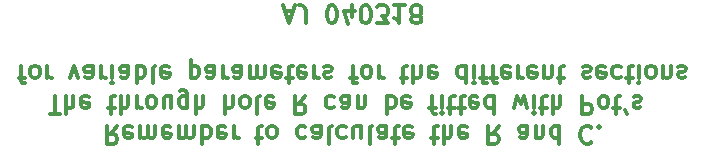
<source format=gbo>
G04 #@! TF.FileFunction,Legend,Bot*
%FSLAX46Y46*%
G04 Gerber Fmt 4.6, Leading zero omitted, Abs format (unit mm)*
G04 Created by KiCad (PCBNEW 4.0.7) date 03/05/18 22:52:48*
%MOMM*%
%LPD*%
G01*
G04 APERTURE LIST*
%ADD10C,0.100000*%
%ADD11C,0.300000*%
G04 APERTURE END LIST*
D10*
D11*
X127035716Y-124921429D02*
X126535716Y-125635714D01*
X126178573Y-124921429D02*
X126178573Y-126421429D01*
X126750001Y-126421429D01*
X126892859Y-126350000D01*
X126964287Y-126278571D01*
X127035716Y-126135714D01*
X127035716Y-125921429D01*
X126964287Y-125778571D01*
X126892859Y-125707143D01*
X126750001Y-125635714D01*
X126178573Y-125635714D01*
X128250001Y-124992857D02*
X128107144Y-124921429D01*
X127821430Y-124921429D01*
X127678573Y-124992857D01*
X127607144Y-125135714D01*
X127607144Y-125707143D01*
X127678573Y-125850000D01*
X127821430Y-125921429D01*
X128107144Y-125921429D01*
X128250001Y-125850000D01*
X128321430Y-125707143D01*
X128321430Y-125564286D01*
X127607144Y-125421429D01*
X128964287Y-124921429D02*
X128964287Y-125921429D01*
X128964287Y-125778571D02*
X129035715Y-125850000D01*
X129178573Y-125921429D01*
X129392858Y-125921429D01*
X129535715Y-125850000D01*
X129607144Y-125707143D01*
X129607144Y-124921429D01*
X129607144Y-125707143D02*
X129678573Y-125850000D01*
X129821430Y-125921429D01*
X130035715Y-125921429D01*
X130178573Y-125850000D01*
X130250001Y-125707143D01*
X130250001Y-124921429D01*
X131535715Y-124992857D02*
X131392858Y-124921429D01*
X131107144Y-124921429D01*
X130964287Y-124992857D01*
X130892858Y-125135714D01*
X130892858Y-125707143D01*
X130964287Y-125850000D01*
X131107144Y-125921429D01*
X131392858Y-125921429D01*
X131535715Y-125850000D01*
X131607144Y-125707143D01*
X131607144Y-125564286D01*
X130892858Y-125421429D01*
X132250001Y-124921429D02*
X132250001Y-125921429D01*
X132250001Y-125778571D02*
X132321429Y-125850000D01*
X132464287Y-125921429D01*
X132678572Y-125921429D01*
X132821429Y-125850000D01*
X132892858Y-125707143D01*
X132892858Y-124921429D01*
X132892858Y-125707143D02*
X132964287Y-125850000D01*
X133107144Y-125921429D01*
X133321429Y-125921429D01*
X133464287Y-125850000D01*
X133535715Y-125707143D01*
X133535715Y-124921429D01*
X134250001Y-124921429D02*
X134250001Y-126421429D01*
X134250001Y-125850000D02*
X134392858Y-125921429D01*
X134678572Y-125921429D01*
X134821429Y-125850000D01*
X134892858Y-125778571D01*
X134964287Y-125635714D01*
X134964287Y-125207143D01*
X134892858Y-125064286D01*
X134821429Y-124992857D01*
X134678572Y-124921429D01*
X134392858Y-124921429D01*
X134250001Y-124992857D01*
X136178572Y-124992857D02*
X136035715Y-124921429D01*
X135750001Y-124921429D01*
X135607144Y-124992857D01*
X135535715Y-125135714D01*
X135535715Y-125707143D01*
X135607144Y-125850000D01*
X135750001Y-125921429D01*
X136035715Y-125921429D01*
X136178572Y-125850000D01*
X136250001Y-125707143D01*
X136250001Y-125564286D01*
X135535715Y-125421429D01*
X136892858Y-124921429D02*
X136892858Y-125921429D01*
X136892858Y-125635714D02*
X136964286Y-125778571D01*
X137035715Y-125850000D01*
X137178572Y-125921429D01*
X137321429Y-125921429D01*
X138750000Y-125921429D02*
X139321429Y-125921429D01*
X138964286Y-126421429D02*
X138964286Y-125135714D01*
X139035714Y-124992857D01*
X139178572Y-124921429D01*
X139321429Y-124921429D01*
X140035715Y-124921429D02*
X139892857Y-124992857D01*
X139821429Y-125064286D01*
X139750000Y-125207143D01*
X139750000Y-125635714D01*
X139821429Y-125778571D01*
X139892857Y-125850000D01*
X140035715Y-125921429D01*
X140250000Y-125921429D01*
X140392857Y-125850000D01*
X140464286Y-125778571D01*
X140535715Y-125635714D01*
X140535715Y-125207143D01*
X140464286Y-125064286D01*
X140392857Y-124992857D01*
X140250000Y-124921429D01*
X140035715Y-124921429D01*
X142964286Y-124992857D02*
X142821429Y-124921429D01*
X142535715Y-124921429D01*
X142392857Y-124992857D01*
X142321429Y-125064286D01*
X142250000Y-125207143D01*
X142250000Y-125635714D01*
X142321429Y-125778571D01*
X142392857Y-125850000D01*
X142535715Y-125921429D01*
X142821429Y-125921429D01*
X142964286Y-125850000D01*
X144250000Y-124921429D02*
X144250000Y-125707143D01*
X144178571Y-125850000D01*
X144035714Y-125921429D01*
X143750000Y-125921429D01*
X143607143Y-125850000D01*
X144250000Y-124992857D02*
X144107143Y-124921429D01*
X143750000Y-124921429D01*
X143607143Y-124992857D01*
X143535714Y-125135714D01*
X143535714Y-125278571D01*
X143607143Y-125421429D01*
X143750000Y-125492857D01*
X144107143Y-125492857D01*
X144250000Y-125564286D01*
X145178572Y-124921429D02*
X145035714Y-124992857D01*
X144964286Y-125135714D01*
X144964286Y-126421429D01*
X146392857Y-124992857D02*
X146250000Y-124921429D01*
X145964286Y-124921429D01*
X145821428Y-124992857D01*
X145750000Y-125064286D01*
X145678571Y-125207143D01*
X145678571Y-125635714D01*
X145750000Y-125778571D01*
X145821428Y-125850000D01*
X145964286Y-125921429D01*
X146250000Y-125921429D01*
X146392857Y-125850000D01*
X147678571Y-125921429D02*
X147678571Y-124921429D01*
X147035714Y-125921429D02*
X147035714Y-125135714D01*
X147107142Y-124992857D01*
X147250000Y-124921429D01*
X147464285Y-124921429D01*
X147607142Y-124992857D01*
X147678571Y-125064286D01*
X148607143Y-124921429D02*
X148464285Y-124992857D01*
X148392857Y-125135714D01*
X148392857Y-126421429D01*
X149821428Y-124921429D02*
X149821428Y-125707143D01*
X149749999Y-125850000D01*
X149607142Y-125921429D01*
X149321428Y-125921429D01*
X149178571Y-125850000D01*
X149821428Y-124992857D02*
X149678571Y-124921429D01*
X149321428Y-124921429D01*
X149178571Y-124992857D01*
X149107142Y-125135714D01*
X149107142Y-125278571D01*
X149178571Y-125421429D01*
X149321428Y-125492857D01*
X149678571Y-125492857D01*
X149821428Y-125564286D01*
X150321428Y-125921429D02*
X150892857Y-125921429D01*
X150535714Y-126421429D02*
X150535714Y-125135714D01*
X150607142Y-124992857D01*
X150750000Y-124921429D01*
X150892857Y-124921429D01*
X151964285Y-124992857D02*
X151821428Y-124921429D01*
X151535714Y-124921429D01*
X151392857Y-124992857D01*
X151321428Y-125135714D01*
X151321428Y-125707143D01*
X151392857Y-125850000D01*
X151535714Y-125921429D01*
X151821428Y-125921429D01*
X151964285Y-125850000D01*
X152035714Y-125707143D01*
X152035714Y-125564286D01*
X151321428Y-125421429D01*
X153607142Y-125921429D02*
X154178571Y-125921429D01*
X153821428Y-126421429D02*
X153821428Y-125135714D01*
X153892856Y-124992857D01*
X154035714Y-124921429D01*
X154178571Y-124921429D01*
X154678571Y-124921429D02*
X154678571Y-126421429D01*
X155321428Y-124921429D02*
X155321428Y-125707143D01*
X155249999Y-125850000D01*
X155107142Y-125921429D01*
X154892857Y-125921429D01*
X154749999Y-125850000D01*
X154678571Y-125778571D01*
X156607142Y-124992857D02*
X156464285Y-124921429D01*
X156178571Y-124921429D01*
X156035714Y-124992857D01*
X155964285Y-125135714D01*
X155964285Y-125707143D01*
X156035714Y-125850000D01*
X156178571Y-125921429D01*
X156464285Y-125921429D01*
X156607142Y-125850000D01*
X156678571Y-125707143D01*
X156678571Y-125564286D01*
X155964285Y-125421429D01*
X159321428Y-124921429D02*
X158821428Y-125635714D01*
X158464285Y-124921429D02*
X158464285Y-126421429D01*
X159035713Y-126421429D01*
X159178571Y-126350000D01*
X159249999Y-126278571D01*
X159321428Y-126135714D01*
X159321428Y-125921429D01*
X159249999Y-125778571D01*
X159178571Y-125707143D01*
X159035713Y-125635714D01*
X158464285Y-125635714D01*
X161749999Y-124921429D02*
X161749999Y-125707143D01*
X161678570Y-125850000D01*
X161535713Y-125921429D01*
X161249999Y-125921429D01*
X161107142Y-125850000D01*
X161749999Y-124992857D02*
X161607142Y-124921429D01*
X161249999Y-124921429D01*
X161107142Y-124992857D01*
X161035713Y-125135714D01*
X161035713Y-125278571D01*
X161107142Y-125421429D01*
X161249999Y-125492857D01*
X161607142Y-125492857D01*
X161749999Y-125564286D01*
X162464285Y-125921429D02*
X162464285Y-124921429D01*
X162464285Y-125778571D02*
X162535713Y-125850000D01*
X162678571Y-125921429D01*
X162892856Y-125921429D01*
X163035713Y-125850000D01*
X163107142Y-125707143D01*
X163107142Y-124921429D01*
X164464285Y-124921429D02*
X164464285Y-126421429D01*
X164464285Y-124992857D02*
X164321428Y-124921429D01*
X164035714Y-124921429D01*
X163892856Y-124992857D01*
X163821428Y-125064286D01*
X163749999Y-125207143D01*
X163749999Y-125635714D01*
X163821428Y-125778571D01*
X163892856Y-125850000D01*
X164035714Y-125921429D01*
X164321428Y-125921429D01*
X164464285Y-125850000D01*
X167178571Y-125064286D02*
X167107142Y-124992857D01*
X166892856Y-124921429D01*
X166749999Y-124921429D01*
X166535714Y-124992857D01*
X166392856Y-125135714D01*
X166321428Y-125278571D01*
X166249999Y-125564286D01*
X166249999Y-125778571D01*
X166321428Y-126064286D01*
X166392856Y-126207143D01*
X166535714Y-126350000D01*
X166749999Y-126421429D01*
X166892856Y-126421429D01*
X167107142Y-126350000D01*
X167178571Y-126278571D01*
X167821428Y-125064286D02*
X167892856Y-124992857D01*
X167821428Y-124921429D01*
X167749999Y-124992857D01*
X167821428Y-125064286D01*
X167821428Y-124921429D01*
X121321428Y-123871429D02*
X122178571Y-123871429D01*
X121750000Y-122371429D02*
X121750000Y-123871429D01*
X122678571Y-122371429D02*
X122678571Y-123871429D01*
X123321428Y-122371429D02*
X123321428Y-123157143D01*
X123249999Y-123300000D01*
X123107142Y-123371429D01*
X122892857Y-123371429D01*
X122749999Y-123300000D01*
X122678571Y-123228571D01*
X124607142Y-122442857D02*
X124464285Y-122371429D01*
X124178571Y-122371429D01*
X124035714Y-122442857D01*
X123964285Y-122585714D01*
X123964285Y-123157143D01*
X124035714Y-123300000D01*
X124178571Y-123371429D01*
X124464285Y-123371429D01*
X124607142Y-123300000D01*
X124678571Y-123157143D01*
X124678571Y-123014286D01*
X123964285Y-122871429D01*
X126249999Y-123371429D02*
X126821428Y-123371429D01*
X126464285Y-123871429D02*
X126464285Y-122585714D01*
X126535713Y-122442857D01*
X126678571Y-122371429D01*
X126821428Y-122371429D01*
X127321428Y-122371429D02*
X127321428Y-123871429D01*
X127964285Y-122371429D02*
X127964285Y-123157143D01*
X127892856Y-123300000D01*
X127749999Y-123371429D01*
X127535714Y-123371429D01*
X127392856Y-123300000D01*
X127321428Y-123228571D01*
X128678571Y-122371429D02*
X128678571Y-123371429D01*
X128678571Y-123085714D02*
X128749999Y-123228571D01*
X128821428Y-123300000D01*
X128964285Y-123371429D01*
X129107142Y-123371429D01*
X129821428Y-122371429D02*
X129678570Y-122442857D01*
X129607142Y-122514286D01*
X129535713Y-122657143D01*
X129535713Y-123085714D01*
X129607142Y-123228571D01*
X129678570Y-123300000D01*
X129821428Y-123371429D01*
X130035713Y-123371429D01*
X130178570Y-123300000D01*
X130249999Y-123228571D01*
X130321428Y-123085714D01*
X130321428Y-122657143D01*
X130249999Y-122514286D01*
X130178570Y-122442857D01*
X130035713Y-122371429D01*
X129821428Y-122371429D01*
X131607142Y-123371429D02*
X131607142Y-122371429D01*
X130964285Y-123371429D02*
X130964285Y-122585714D01*
X131035713Y-122442857D01*
X131178571Y-122371429D01*
X131392856Y-122371429D01*
X131535713Y-122442857D01*
X131607142Y-122514286D01*
X132964285Y-123371429D02*
X132964285Y-122157143D01*
X132892856Y-122014286D01*
X132821428Y-121942857D01*
X132678571Y-121871429D01*
X132464285Y-121871429D01*
X132321428Y-121942857D01*
X132964285Y-122442857D02*
X132821428Y-122371429D01*
X132535714Y-122371429D01*
X132392856Y-122442857D01*
X132321428Y-122514286D01*
X132249999Y-122657143D01*
X132249999Y-123085714D01*
X132321428Y-123228571D01*
X132392856Y-123300000D01*
X132535714Y-123371429D01*
X132821428Y-123371429D01*
X132964285Y-123300000D01*
X133678571Y-122371429D02*
X133678571Y-123871429D01*
X134321428Y-122371429D02*
X134321428Y-123157143D01*
X134249999Y-123300000D01*
X134107142Y-123371429D01*
X133892857Y-123371429D01*
X133749999Y-123300000D01*
X133678571Y-123228571D01*
X136178571Y-122371429D02*
X136178571Y-123871429D01*
X136821428Y-122371429D02*
X136821428Y-123157143D01*
X136749999Y-123300000D01*
X136607142Y-123371429D01*
X136392857Y-123371429D01*
X136249999Y-123300000D01*
X136178571Y-123228571D01*
X137750000Y-122371429D02*
X137607142Y-122442857D01*
X137535714Y-122514286D01*
X137464285Y-122657143D01*
X137464285Y-123085714D01*
X137535714Y-123228571D01*
X137607142Y-123300000D01*
X137750000Y-123371429D01*
X137964285Y-123371429D01*
X138107142Y-123300000D01*
X138178571Y-123228571D01*
X138250000Y-123085714D01*
X138250000Y-122657143D01*
X138178571Y-122514286D01*
X138107142Y-122442857D01*
X137964285Y-122371429D01*
X137750000Y-122371429D01*
X139107143Y-122371429D02*
X138964285Y-122442857D01*
X138892857Y-122585714D01*
X138892857Y-123871429D01*
X140249999Y-122442857D02*
X140107142Y-122371429D01*
X139821428Y-122371429D01*
X139678571Y-122442857D01*
X139607142Y-122585714D01*
X139607142Y-123157143D01*
X139678571Y-123300000D01*
X139821428Y-123371429D01*
X140107142Y-123371429D01*
X140249999Y-123300000D01*
X140321428Y-123157143D01*
X140321428Y-123014286D01*
X139607142Y-122871429D01*
X142964285Y-122371429D02*
X142464285Y-123085714D01*
X142107142Y-122371429D02*
X142107142Y-123871429D01*
X142678570Y-123871429D01*
X142821428Y-123800000D01*
X142892856Y-123728571D01*
X142964285Y-123585714D01*
X142964285Y-123371429D01*
X142892856Y-123228571D01*
X142821428Y-123157143D01*
X142678570Y-123085714D01*
X142107142Y-123085714D01*
X145392856Y-122442857D02*
X145249999Y-122371429D01*
X144964285Y-122371429D01*
X144821427Y-122442857D01*
X144749999Y-122514286D01*
X144678570Y-122657143D01*
X144678570Y-123085714D01*
X144749999Y-123228571D01*
X144821427Y-123300000D01*
X144964285Y-123371429D01*
X145249999Y-123371429D01*
X145392856Y-123300000D01*
X146678570Y-122371429D02*
X146678570Y-123157143D01*
X146607141Y-123300000D01*
X146464284Y-123371429D01*
X146178570Y-123371429D01*
X146035713Y-123300000D01*
X146678570Y-122442857D02*
X146535713Y-122371429D01*
X146178570Y-122371429D01*
X146035713Y-122442857D01*
X145964284Y-122585714D01*
X145964284Y-122728571D01*
X146035713Y-122871429D01*
X146178570Y-122942857D01*
X146535713Y-122942857D01*
X146678570Y-123014286D01*
X147392856Y-123371429D02*
X147392856Y-122371429D01*
X147392856Y-123228571D02*
X147464284Y-123300000D01*
X147607142Y-123371429D01*
X147821427Y-123371429D01*
X147964284Y-123300000D01*
X148035713Y-123157143D01*
X148035713Y-122371429D01*
X149892856Y-122371429D02*
X149892856Y-123871429D01*
X149892856Y-123300000D02*
X150035713Y-123371429D01*
X150321427Y-123371429D01*
X150464284Y-123300000D01*
X150535713Y-123228571D01*
X150607142Y-123085714D01*
X150607142Y-122657143D01*
X150535713Y-122514286D01*
X150464284Y-122442857D01*
X150321427Y-122371429D01*
X150035713Y-122371429D01*
X149892856Y-122442857D01*
X151821427Y-122442857D02*
X151678570Y-122371429D01*
X151392856Y-122371429D01*
X151249999Y-122442857D01*
X151178570Y-122585714D01*
X151178570Y-123157143D01*
X151249999Y-123300000D01*
X151392856Y-123371429D01*
X151678570Y-123371429D01*
X151821427Y-123300000D01*
X151892856Y-123157143D01*
X151892856Y-123014286D01*
X151178570Y-122871429D01*
X153464284Y-123371429D02*
X154035713Y-123371429D01*
X153678570Y-122371429D02*
X153678570Y-123657143D01*
X153749998Y-123800000D01*
X153892856Y-123871429D01*
X154035713Y-123871429D01*
X154535713Y-122371429D02*
X154535713Y-123371429D01*
X154535713Y-123871429D02*
X154464284Y-123800000D01*
X154535713Y-123728571D01*
X154607141Y-123800000D01*
X154535713Y-123871429D01*
X154535713Y-123728571D01*
X155035713Y-123371429D02*
X155607142Y-123371429D01*
X155249999Y-123871429D02*
X155249999Y-122585714D01*
X155321427Y-122442857D01*
X155464285Y-122371429D01*
X155607142Y-122371429D01*
X155892856Y-123371429D02*
X156464285Y-123371429D01*
X156107142Y-123871429D02*
X156107142Y-122585714D01*
X156178570Y-122442857D01*
X156321428Y-122371429D01*
X156464285Y-122371429D01*
X157535713Y-122442857D02*
X157392856Y-122371429D01*
X157107142Y-122371429D01*
X156964285Y-122442857D01*
X156892856Y-122585714D01*
X156892856Y-123157143D01*
X156964285Y-123300000D01*
X157107142Y-123371429D01*
X157392856Y-123371429D01*
X157535713Y-123300000D01*
X157607142Y-123157143D01*
X157607142Y-123014286D01*
X156892856Y-122871429D01*
X158892856Y-122371429D02*
X158892856Y-123871429D01*
X158892856Y-122442857D02*
X158749999Y-122371429D01*
X158464285Y-122371429D01*
X158321427Y-122442857D01*
X158249999Y-122514286D01*
X158178570Y-122657143D01*
X158178570Y-123085714D01*
X158249999Y-123228571D01*
X158321427Y-123300000D01*
X158464285Y-123371429D01*
X158749999Y-123371429D01*
X158892856Y-123300000D01*
X160607142Y-123371429D02*
X160892856Y-122371429D01*
X161178570Y-123085714D01*
X161464285Y-122371429D01*
X161749999Y-123371429D01*
X162321428Y-122371429D02*
X162321428Y-123371429D01*
X162321428Y-123871429D02*
X162249999Y-123800000D01*
X162321428Y-123728571D01*
X162392856Y-123800000D01*
X162321428Y-123871429D01*
X162321428Y-123728571D01*
X162821428Y-123371429D02*
X163392857Y-123371429D01*
X163035714Y-123871429D02*
X163035714Y-122585714D01*
X163107142Y-122442857D01*
X163250000Y-122371429D01*
X163392857Y-122371429D01*
X163892857Y-122371429D02*
X163892857Y-123871429D01*
X164535714Y-122371429D02*
X164535714Y-123157143D01*
X164464285Y-123300000D01*
X164321428Y-123371429D01*
X164107143Y-123371429D01*
X163964285Y-123300000D01*
X163892857Y-123228571D01*
X166392857Y-122371429D02*
X166392857Y-123871429D01*
X166964285Y-123871429D01*
X167107143Y-123800000D01*
X167178571Y-123728571D01*
X167250000Y-123585714D01*
X167250000Y-123371429D01*
X167178571Y-123228571D01*
X167107143Y-123157143D01*
X166964285Y-123085714D01*
X166392857Y-123085714D01*
X168107143Y-122371429D02*
X167964285Y-122442857D01*
X167892857Y-122514286D01*
X167821428Y-122657143D01*
X167821428Y-123085714D01*
X167892857Y-123228571D01*
X167964285Y-123300000D01*
X168107143Y-123371429D01*
X168321428Y-123371429D01*
X168464285Y-123300000D01*
X168535714Y-123228571D01*
X168607143Y-123085714D01*
X168607143Y-122657143D01*
X168535714Y-122514286D01*
X168464285Y-122442857D01*
X168321428Y-122371429D01*
X168107143Y-122371429D01*
X169035714Y-123371429D02*
X169607143Y-123371429D01*
X169250000Y-123871429D02*
X169250000Y-122585714D01*
X169321428Y-122442857D01*
X169464286Y-122371429D01*
X169607143Y-122371429D01*
X170178571Y-123871429D02*
X170035714Y-123585714D01*
X170750000Y-122442857D02*
X170892857Y-122371429D01*
X171178572Y-122371429D01*
X171321429Y-122442857D01*
X171392857Y-122585714D01*
X171392857Y-122657143D01*
X171321429Y-122800000D01*
X171178572Y-122871429D01*
X170964286Y-122871429D01*
X170821429Y-122942857D01*
X170750000Y-123085714D01*
X170750000Y-123157143D01*
X170821429Y-123300000D01*
X170964286Y-123371429D01*
X171178572Y-123371429D01*
X171321429Y-123300000D01*
X118678572Y-120821429D02*
X119250001Y-120821429D01*
X118892858Y-119821429D02*
X118892858Y-121107143D01*
X118964286Y-121250000D01*
X119107144Y-121321429D01*
X119250001Y-121321429D01*
X119964287Y-119821429D02*
X119821429Y-119892857D01*
X119750001Y-119964286D01*
X119678572Y-120107143D01*
X119678572Y-120535714D01*
X119750001Y-120678571D01*
X119821429Y-120750000D01*
X119964287Y-120821429D01*
X120178572Y-120821429D01*
X120321429Y-120750000D01*
X120392858Y-120678571D01*
X120464287Y-120535714D01*
X120464287Y-120107143D01*
X120392858Y-119964286D01*
X120321429Y-119892857D01*
X120178572Y-119821429D01*
X119964287Y-119821429D01*
X121107144Y-119821429D02*
X121107144Y-120821429D01*
X121107144Y-120535714D02*
X121178572Y-120678571D01*
X121250001Y-120750000D01*
X121392858Y-120821429D01*
X121535715Y-120821429D01*
X123035715Y-120821429D02*
X123392858Y-119821429D01*
X123750000Y-120821429D01*
X124964286Y-119821429D02*
X124964286Y-120607143D01*
X124892857Y-120750000D01*
X124750000Y-120821429D01*
X124464286Y-120821429D01*
X124321429Y-120750000D01*
X124964286Y-119892857D02*
X124821429Y-119821429D01*
X124464286Y-119821429D01*
X124321429Y-119892857D01*
X124250000Y-120035714D01*
X124250000Y-120178571D01*
X124321429Y-120321429D01*
X124464286Y-120392857D01*
X124821429Y-120392857D01*
X124964286Y-120464286D01*
X125678572Y-119821429D02*
X125678572Y-120821429D01*
X125678572Y-120535714D02*
X125750000Y-120678571D01*
X125821429Y-120750000D01*
X125964286Y-120821429D01*
X126107143Y-120821429D01*
X126607143Y-119821429D02*
X126607143Y-120821429D01*
X126607143Y-121321429D02*
X126535714Y-121250000D01*
X126607143Y-121178571D01*
X126678571Y-121250000D01*
X126607143Y-121321429D01*
X126607143Y-121178571D01*
X127964286Y-119821429D02*
X127964286Y-120607143D01*
X127892857Y-120750000D01*
X127750000Y-120821429D01*
X127464286Y-120821429D01*
X127321429Y-120750000D01*
X127964286Y-119892857D02*
X127821429Y-119821429D01*
X127464286Y-119821429D01*
X127321429Y-119892857D01*
X127250000Y-120035714D01*
X127250000Y-120178571D01*
X127321429Y-120321429D01*
X127464286Y-120392857D01*
X127821429Y-120392857D01*
X127964286Y-120464286D01*
X128678572Y-119821429D02*
X128678572Y-121321429D01*
X128678572Y-120750000D02*
X128821429Y-120821429D01*
X129107143Y-120821429D01*
X129250000Y-120750000D01*
X129321429Y-120678571D01*
X129392858Y-120535714D01*
X129392858Y-120107143D01*
X129321429Y-119964286D01*
X129250000Y-119892857D01*
X129107143Y-119821429D01*
X128821429Y-119821429D01*
X128678572Y-119892857D01*
X130250001Y-119821429D02*
X130107143Y-119892857D01*
X130035715Y-120035714D01*
X130035715Y-121321429D01*
X131392857Y-119892857D02*
X131250000Y-119821429D01*
X130964286Y-119821429D01*
X130821429Y-119892857D01*
X130750000Y-120035714D01*
X130750000Y-120607143D01*
X130821429Y-120750000D01*
X130964286Y-120821429D01*
X131250000Y-120821429D01*
X131392857Y-120750000D01*
X131464286Y-120607143D01*
X131464286Y-120464286D01*
X130750000Y-120321429D01*
X133250000Y-120821429D02*
X133250000Y-119321429D01*
X133250000Y-120750000D02*
X133392857Y-120821429D01*
X133678571Y-120821429D01*
X133821428Y-120750000D01*
X133892857Y-120678571D01*
X133964286Y-120535714D01*
X133964286Y-120107143D01*
X133892857Y-119964286D01*
X133821428Y-119892857D01*
X133678571Y-119821429D01*
X133392857Y-119821429D01*
X133250000Y-119892857D01*
X135250000Y-119821429D02*
X135250000Y-120607143D01*
X135178571Y-120750000D01*
X135035714Y-120821429D01*
X134750000Y-120821429D01*
X134607143Y-120750000D01*
X135250000Y-119892857D02*
X135107143Y-119821429D01*
X134750000Y-119821429D01*
X134607143Y-119892857D01*
X134535714Y-120035714D01*
X134535714Y-120178571D01*
X134607143Y-120321429D01*
X134750000Y-120392857D01*
X135107143Y-120392857D01*
X135250000Y-120464286D01*
X135964286Y-119821429D02*
X135964286Y-120821429D01*
X135964286Y-120535714D02*
X136035714Y-120678571D01*
X136107143Y-120750000D01*
X136250000Y-120821429D01*
X136392857Y-120821429D01*
X137535714Y-119821429D02*
X137535714Y-120607143D01*
X137464285Y-120750000D01*
X137321428Y-120821429D01*
X137035714Y-120821429D01*
X136892857Y-120750000D01*
X137535714Y-119892857D02*
X137392857Y-119821429D01*
X137035714Y-119821429D01*
X136892857Y-119892857D01*
X136821428Y-120035714D01*
X136821428Y-120178571D01*
X136892857Y-120321429D01*
X137035714Y-120392857D01*
X137392857Y-120392857D01*
X137535714Y-120464286D01*
X138250000Y-119821429D02*
X138250000Y-120821429D01*
X138250000Y-120678571D02*
X138321428Y-120750000D01*
X138464286Y-120821429D01*
X138678571Y-120821429D01*
X138821428Y-120750000D01*
X138892857Y-120607143D01*
X138892857Y-119821429D01*
X138892857Y-120607143D02*
X138964286Y-120750000D01*
X139107143Y-120821429D01*
X139321428Y-120821429D01*
X139464286Y-120750000D01*
X139535714Y-120607143D01*
X139535714Y-119821429D01*
X140821428Y-119892857D02*
X140678571Y-119821429D01*
X140392857Y-119821429D01*
X140250000Y-119892857D01*
X140178571Y-120035714D01*
X140178571Y-120607143D01*
X140250000Y-120750000D01*
X140392857Y-120821429D01*
X140678571Y-120821429D01*
X140821428Y-120750000D01*
X140892857Y-120607143D01*
X140892857Y-120464286D01*
X140178571Y-120321429D01*
X141321428Y-120821429D02*
X141892857Y-120821429D01*
X141535714Y-121321429D02*
X141535714Y-120035714D01*
X141607142Y-119892857D01*
X141750000Y-119821429D01*
X141892857Y-119821429D01*
X142964285Y-119892857D02*
X142821428Y-119821429D01*
X142535714Y-119821429D01*
X142392857Y-119892857D01*
X142321428Y-120035714D01*
X142321428Y-120607143D01*
X142392857Y-120750000D01*
X142535714Y-120821429D01*
X142821428Y-120821429D01*
X142964285Y-120750000D01*
X143035714Y-120607143D01*
X143035714Y-120464286D01*
X142321428Y-120321429D01*
X143678571Y-119821429D02*
X143678571Y-120821429D01*
X143678571Y-120535714D02*
X143749999Y-120678571D01*
X143821428Y-120750000D01*
X143964285Y-120821429D01*
X144107142Y-120821429D01*
X144535713Y-119892857D02*
X144678570Y-119821429D01*
X144964285Y-119821429D01*
X145107142Y-119892857D01*
X145178570Y-120035714D01*
X145178570Y-120107143D01*
X145107142Y-120250000D01*
X144964285Y-120321429D01*
X144749999Y-120321429D01*
X144607142Y-120392857D01*
X144535713Y-120535714D01*
X144535713Y-120607143D01*
X144607142Y-120750000D01*
X144749999Y-120821429D01*
X144964285Y-120821429D01*
X145107142Y-120750000D01*
X146749999Y-120821429D02*
X147321428Y-120821429D01*
X146964285Y-119821429D02*
X146964285Y-121107143D01*
X147035713Y-121250000D01*
X147178571Y-121321429D01*
X147321428Y-121321429D01*
X148035714Y-119821429D02*
X147892856Y-119892857D01*
X147821428Y-119964286D01*
X147749999Y-120107143D01*
X147749999Y-120535714D01*
X147821428Y-120678571D01*
X147892856Y-120750000D01*
X148035714Y-120821429D01*
X148249999Y-120821429D01*
X148392856Y-120750000D01*
X148464285Y-120678571D01*
X148535714Y-120535714D01*
X148535714Y-120107143D01*
X148464285Y-119964286D01*
X148392856Y-119892857D01*
X148249999Y-119821429D01*
X148035714Y-119821429D01*
X149178571Y-119821429D02*
X149178571Y-120821429D01*
X149178571Y-120535714D02*
X149249999Y-120678571D01*
X149321428Y-120750000D01*
X149464285Y-120821429D01*
X149607142Y-120821429D01*
X151035713Y-120821429D02*
X151607142Y-120821429D01*
X151249999Y-121321429D02*
X151249999Y-120035714D01*
X151321427Y-119892857D01*
X151464285Y-119821429D01*
X151607142Y-119821429D01*
X152107142Y-119821429D02*
X152107142Y-121321429D01*
X152749999Y-119821429D02*
X152749999Y-120607143D01*
X152678570Y-120750000D01*
X152535713Y-120821429D01*
X152321428Y-120821429D01*
X152178570Y-120750000D01*
X152107142Y-120678571D01*
X154035713Y-119892857D02*
X153892856Y-119821429D01*
X153607142Y-119821429D01*
X153464285Y-119892857D01*
X153392856Y-120035714D01*
X153392856Y-120607143D01*
X153464285Y-120750000D01*
X153607142Y-120821429D01*
X153892856Y-120821429D01*
X154035713Y-120750000D01*
X154107142Y-120607143D01*
X154107142Y-120464286D01*
X153392856Y-120321429D01*
X156535713Y-119821429D02*
X156535713Y-121321429D01*
X156535713Y-119892857D02*
X156392856Y-119821429D01*
X156107142Y-119821429D01*
X155964284Y-119892857D01*
X155892856Y-119964286D01*
X155821427Y-120107143D01*
X155821427Y-120535714D01*
X155892856Y-120678571D01*
X155964284Y-120750000D01*
X156107142Y-120821429D01*
X156392856Y-120821429D01*
X156535713Y-120750000D01*
X157249999Y-119821429D02*
X157249999Y-120821429D01*
X157249999Y-121321429D02*
X157178570Y-121250000D01*
X157249999Y-121178571D01*
X157321427Y-121250000D01*
X157249999Y-121321429D01*
X157249999Y-121178571D01*
X157749999Y-120821429D02*
X158321428Y-120821429D01*
X157964285Y-119821429D02*
X157964285Y-121107143D01*
X158035713Y-121250000D01*
X158178571Y-121321429D01*
X158321428Y-121321429D01*
X158607142Y-120821429D02*
X159178571Y-120821429D01*
X158821428Y-119821429D02*
X158821428Y-121107143D01*
X158892856Y-121250000D01*
X159035714Y-121321429D01*
X159178571Y-121321429D01*
X160249999Y-119892857D02*
X160107142Y-119821429D01*
X159821428Y-119821429D01*
X159678571Y-119892857D01*
X159607142Y-120035714D01*
X159607142Y-120607143D01*
X159678571Y-120750000D01*
X159821428Y-120821429D01*
X160107142Y-120821429D01*
X160249999Y-120750000D01*
X160321428Y-120607143D01*
X160321428Y-120464286D01*
X159607142Y-120321429D01*
X160964285Y-119821429D02*
X160964285Y-120821429D01*
X160964285Y-120535714D02*
X161035713Y-120678571D01*
X161107142Y-120750000D01*
X161249999Y-120821429D01*
X161392856Y-120821429D01*
X162464284Y-119892857D02*
X162321427Y-119821429D01*
X162035713Y-119821429D01*
X161892856Y-119892857D01*
X161821427Y-120035714D01*
X161821427Y-120607143D01*
X161892856Y-120750000D01*
X162035713Y-120821429D01*
X162321427Y-120821429D01*
X162464284Y-120750000D01*
X162535713Y-120607143D01*
X162535713Y-120464286D01*
X161821427Y-120321429D01*
X163178570Y-120821429D02*
X163178570Y-119821429D01*
X163178570Y-120678571D02*
X163249998Y-120750000D01*
X163392856Y-120821429D01*
X163607141Y-120821429D01*
X163749998Y-120750000D01*
X163821427Y-120607143D01*
X163821427Y-119821429D01*
X164321427Y-120821429D02*
X164892856Y-120821429D01*
X164535713Y-121321429D02*
X164535713Y-120035714D01*
X164607141Y-119892857D01*
X164749999Y-119821429D01*
X164892856Y-119821429D01*
X166464284Y-119892857D02*
X166607141Y-119821429D01*
X166892856Y-119821429D01*
X167035713Y-119892857D01*
X167107141Y-120035714D01*
X167107141Y-120107143D01*
X167035713Y-120250000D01*
X166892856Y-120321429D01*
X166678570Y-120321429D01*
X166535713Y-120392857D01*
X166464284Y-120535714D01*
X166464284Y-120607143D01*
X166535713Y-120750000D01*
X166678570Y-120821429D01*
X166892856Y-120821429D01*
X167035713Y-120750000D01*
X168321427Y-119892857D02*
X168178570Y-119821429D01*
X167892856Y-119821429D01*
X167749999Y-119892857D01*
X167678570Y-120035714D01*
X167678570Y-120607143D01*
X167749999Y-120750000D01*
X167892856Y-120821429D01*
X168178570Y-120821429D01*
X168321427Y-120750000D01*
X168392856Y-120607143D01*
X168392856Y-120464286D01*
X167678570Y-120321429D01*
X169678570Y-119892857D02*
X169535713Y-119821429D01*
X169249999Y-119821429D01*
X169107141Y-119892857D01*
X169035713Y-119964286D01*
X168964284Y-120107143D01*
X168964284Y-120535714D01*
X169035713Y-120678571D01*
X169107141Y-120750000D01*
X169249999Y-120821429D01*
X169535713Y-120821429D01*
X169678570Y-120750000D01*
X170107141Y-120821429D02*
X170678570Y-120821429D01*
X170321427Y-121321429D02*
X170321427Y-120035714D01*
X170392855Y-119892857D01*
X170535713Y-119821429D01*
X170678570Y-119821429D01*
X171178570Y-119821429D02*
X171178570Y-120821429D01*
X171178570Y-121321429D02*
X171107141Y-121250000D01*
X171178570Y-121178571D01*
X171249998Y-121250000D01*
X171178570Y-121321429D01*
X171178570Y-121178571D01*
X172107142Y-119821429D02*
X171964284Y-119892857D01*
X171892856Y-119964286D01*
X171821427Y-120107143D01*
X171821427Y-120535714D01*
X171892856Y-120678571D01*
X171964284Y-120750000D01*
X172107142Y-120821429D01*
X172321427Y-120821429D01*
X172464284Y-120750000D01*
X172535713Y-120678571D01*
X172607142Y-120535714D01*
X172607142Y-120107143D01*
X172535713Y-119964286D01*
X172464284Y-119892857D01*
X172321427Y-119821429D01*
X172107142Y-119821429D01*
X173249999Y-120821429D02*
X173249999Y-119821429D01*
X173249999Y-120678571D02*
X173321427Y-120750000D01*
X173464285Y-120821429D01*
X173678570Y-120821429D01*
X173821427Y-120750000D01*
X173892856Y-120607143D01*
X173892856Y-119821429D01*
X174535713Y-119892857D02*
X174678570Y-119821429D01*
X174964285Y-119821429D01*
X175107142Y-119892857D01*
X175178570Y-120035714D01*
X175178570Y-120107143D01*
X175107142Y-120250000D01*
X174964285Y-120321429D01*
X174749999Y-120321429D01*
X174607142Y-120392857D01*
X174535713Y-120535714D01*
X174535713Y-120607143D01*
X174607142Y-120750000D01*
X174749999Y-120821429D01*
X174964285Y-120821429D01*
X175107142Y-120750000D01*
X141214287Y-115150000D02*
X141928573Y-115150000D01*
X141071430Y-114721429D02*
X141571430Y-116221429D01*
X142071430Y-114721429D01*
X143000001Y-116221429D02*
X143000001Y-115150000D01*
X142928573Y-114935714D01*
X142785716Y-114792857D01*
X142571430Y-114721429D01*
X142428573Y-114721429D01*
X145142858Y-116221429D02*
X145285715Y-116221429D01*
X145428572Y-116150000D01*
X145500001Y-116078571D01*
X145571430Y-115935714D01*
X145642858Y-115650000D01*
X145642858Y-115292857D01*
X145571430Y-115007143D01*
X145500001Y-114864286D01*
X145428572Y-114792857D01*
X145285715Y-114721429D01*
X145142858Y-114721429D01*
X145000001Y-114792857D01*
X144928572Y-114864286D01*
X144857144Y-115007143D01*
X144785715Y-115292857D01*
X144785715Y-115650000D01*
X144857144Y-115935714D01*
X144928572Y-116078571D01*
X145000001Y-116150000D01*
X145142858Y-116221429D01*
X146928572Y-115721429D02*
X146928572Y-114721429D01*
X146571429Y-116292857D02*
X146214286Y-115221429D01*
X147142858Y-115221429D01*
X148000000Y-116221429D02*
X148142857Y-116221429D01*
X148285714Y-116150000D01*
X148357143Y-116078571D01*
X148428572Y-115935714D01*
X148500000Y-115650000D01*
X148500000Y-115292857D01*
X148428572Y-115007143D01*
X148357143Y-114864286D01*
X148285714Y-114792857D01*
X148142857Y-114721429D01*
X148000000Y-114721429D01*
X147857143Y-114792857D01*
X147785714Y-114864286D01*
X147714286Y-115007143D01*
X147642857Y-115292857D01*
X147642857Y-115650000D01*
X147714286Y-115935714D01*
X147785714Y-116078571D01*
X147857143Y-116150000D01*
X148000000Y-116221429D01*
X149000000Y-116221429D02*
X149928571Y-116221429D01*
X149428571Y-115650000D01*
X149642857Y-115650000D01*
X149785714Y-115578571D01*
X149857143Y-115507143D01*
X149928571Y-115364286D01*
X149928571Y-115007143D01*
X149857143Y-114864286D01*
X149785714Y-114792857D01*
X149642857Y-114721429D01*
X149214285Y-114721429D01*
X149071428Y-114792857D01*
X149000000Y-114864286D01*
X151357142Y-114721429D02*
X150499999Y-114721429D01*
X150928571Y-114721429D02*
X150928571Y-116221429D01*
X150785714Y-116007143D01*
X150642856Y-115864286D01*
X150499999Y-115792857D01*
X152214285Y-115578571D02*
X152071427Y-115650000D01*
X151999999Y-115721429D01*
X151928570Y-115864286D01*
X151928570Y-115935714D01*
X151999999Y-116078571D01*
X152071427Y-116150000D01*
X152214285Y-116221429D01*
X152499999Y-116221429D01*
X152642856Y-116150000D01*
X152714285Y-116078571D01*
X152785713Y-115935714D01*
X152785713Y-115864286D01*
X152714285Y-115721429D01*
X152642856Y-115650000D01*
X152499999Y-115578571D01*
X152214285Y-115578571D01*
X152071427Y-115507143D01*
X151999999Y-115435714D01*
X151928570Y-115292857D01*
X151928570Y-115007143D01*
X151999999Y-114864286D01*
X152071427Y-114792857D01*
X152214285Y-114721429D01*
X152499999Y-114721429D01*
X152642856Y-114792857D01*
X152714285Y-114864286D01*
X152785713Y-115007143D01*
X152785713Y-115292857D01*
X152714285Y-115435714D01*
X152642856Y-115507143D01*
X152499999Y-115578571D01*
M02*

</source>
